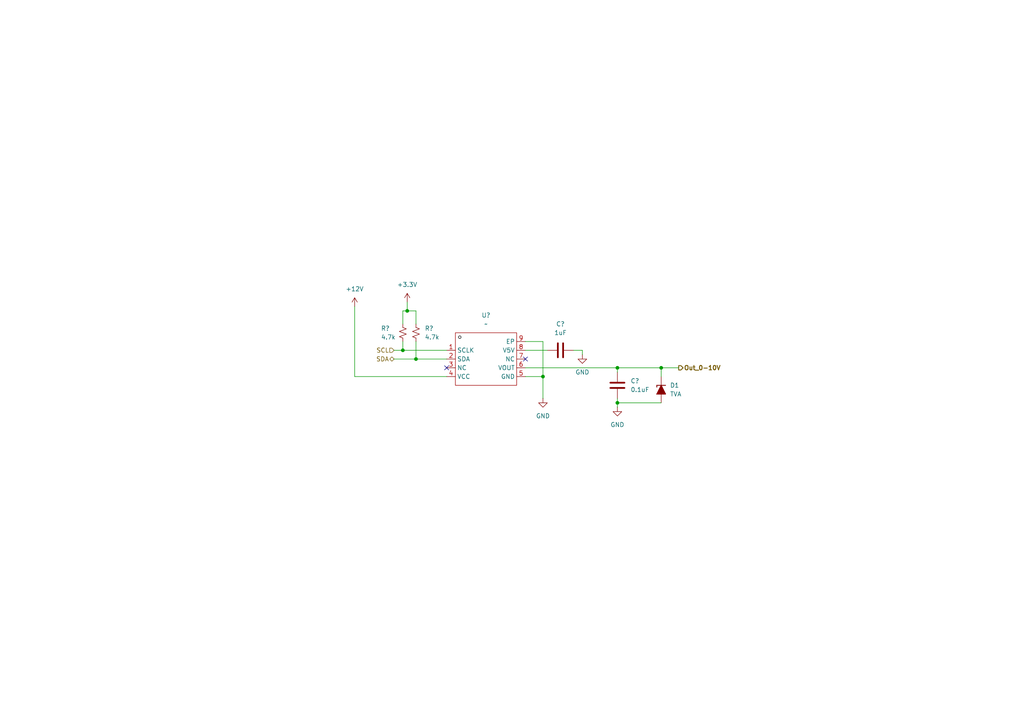
<source format=kicad_sch>
(kicad_sch (version 20250114) (generator "eeschema") (generator_version "9.0")
  (paper "A4")
  (lib_symbols
    (symbol "GP8211S-TC50-EW:root_0_GP8211S-TC50-EW_"
      (symbol "root_0_GP8211S-TC50-EW__1_0"
        (rectangle (start -8.89 7.62) (end 8.89 -7.62) (stroke (width 0) (color 160 0 0 1)))
        (circle (center -7.62 6.35) (radius 0.381) (stroke (width 0) (color 0 0 0 1)))
        (pin passive line (at -11.43 2.54 0) (length 2.54) (name "SCLK") (number "1"))
        (pin passive line (at -11.43 0 0) (length 2.54) (name "SDA") (number "2"))
        (pin passive line (at -11.43 -2.54 0) (length 2.54) (name "NC") (number "3"))
        (pin passive line (at -11.43 -5.08 0) (length 2.54) (name "VCC") (number "4"))
        (pin passive line (at 11.43 5.08 180) (length 2.54) (name "EP") (number "9"))
        (pin passive line (at 11.43 2.54 180) (length 2.54) (name "V5V") (number "8"))
        (pin passive line (at 11.43 0 180) (length 2.54) (name "NC") (number "7"))
        (pin passive line (at 11.43 -2.54 180) (length 2.54) (name "VOUT") (number "6"))
        (pin passive line (at 11.43 -5.08 180) (length 2.54) (name "GND") (number "5"))
      )
    )
    (symbol "PCM_Capacitor_US_AKL:C_0603" (pin_numbers (hide yes)) (pin_names (offset 0.254))
      (property "Reference" "C" (at 0.635 2.54 0))
      (property "Value" "C_0603" (at 0.635 -2.54 0))
      (symbol "C_0603_0_1"
        (polyline (pts (xy -2.032 0.762) (xy 2.032 0.762)) (stroke (width 0.508)))
        (polyline (pts (xy -2.032 -0.762) (xy 2.032 -0.762)) (stroke (width 0.508)))
      )
      (symbol "C_0603_0_2"
        (polyline (pts (xy -2.54 -2.54) (xy -0.381 -0.381)))
        (polyline (pts (xy -0.508 -0.508) (xy -1.651 0.635)) (stroke (width 0.508)))
        (polyline (pts (xy -0.508 -0.508) (xy 0.635 -1.651)) (stroke (width 0.508)))
        (polyline (pts (xy 0.381 0.381) (xy 2.54 2.54)))
        (polyline (pts (xy 0.508 0.508) (xy -0.635 1.651)) (stroke (width 0.508)))
        (polyline (pts (xy 0.508 0.508) (xy 1.651 -0.635)) (stroke (width 0.508)))
      )
      (symbol "C_0603_1_1"
        (pin passive line (at 0 3.81 270) (length 2.794) (name "~") (number "1"))
        (pin passive line (at 0 -3.81 90) (length 2.794) (name "~") (number "2"))
      )
      (symbol "C_0603_1_2"
        (pin passive line (at -2.54 -2.54 90) (length 0) (name "~") (number "2"))
        (pin passive line (at 2.54 2.54 270) (length 0) (name "~") (number "1"))
      )
    )
    (symbol "PCM_Diode_TVS_AKL:SMF12A" (pin_numbers (hide yes)) (pin_names (offset 1.016) (hide yes))
      (property "Reference" "D" (at 0 5.08 0))
      (property "Value" "SMF12A" (at 0 2.54 0))
      (symbol "SMF12A_0_1"
        (polyline (pts (xy -1.27 1.27) (xy -1.27 -1.27) (xy 1.27 0) (xy -1.27 1.27)) (stroke (width 0.254)) (fill (type outline)))
        (polyline (pts (xy -1.27 0) (xy 1.27 0)))
        (polyline (pts (xy 1.27 1.27) (xy 0.762 1.27)) (stroke (width 0.254)))
        (polyline (pts (xy 1.27 -1.27) (xy 1.27 1.27)) (stroke (width 0.254)))
      )
      (symbol "SMF12A_0_2"
        (polyline (pts (xy -2.54 -2.54) (xy 2.54 2.54)))
        (polyline (pts (xy -0.889 -0.889) (xy -1.778 0) (xy 0.889 0.889) (xy 0 -1.778) (xy -0.889 -0.889)) (stroke (width 0.254)) (fill (type outline)))
        (polyline (pts (xy 0 1.778) (xy -0.381 1.397)) (stroke (width 0.254)))
        (polyline (pts (xy 0 1.778) (xy 1.778 0)) (stroke (width 0.254)))
      )
      (symbol "SMF12A_1_1"
        (pin passive line (at -3.81 0 0) (length 2.54) (name "A") (number "2"))
        (pin passive line (at 3.81 0 180) (length 2.54) (name "K") (number "1"))
      )
      (symbol "SMF12A_1_2"
        (pin passive line (at -2.54 -2.54 0) (length 0) (name "A") (number "2"))
        (pin passive line (at 2.54 2.54 180) (length 0) (name "K") (number "1"))
      )
    )
    (symbol "PCM_SparkFun-Resistor:4.7k_0603" (pin_numbers (hide yes)) (pin_names (offset 0))
      (property "Reference" "R" (at 0 -2.54 0))
      (property "Value" "4.7k" (at 0 2.54 0))
      (symbol "4.7k_0603_0_1"
        (polyline (pts (xy -1.524 0) (xy -1.143 1.016) (xy -0.762 0) (xy -0.381 -1.016) (xy 0 0)))
        (polyline (pts (xy 0 0) (xy 0.381 1.016) (xy 0.762 0) (xy 1.143 -1.016) (xy 1.524 0)))
      )
      (symbol "4.7k_0603_1_1"
        (pin passive line (at -2.54 0 0) (length 1.016) (name "~") (number "1"))
        (pin passive line (at 2.54 0 180) (length 1.016) (name "~") (number "2"))
      )
    )
    (symbol "power:+12V" (power) (pin_numbers (hide yes)) (pin_names (offset 0) (hide yes))
      (property "Value" "+12V" (at 0 3.556 0))
      (symbol "+12V_0_1"
        (polyline (pts (xy -0.762 1.27) (xy 0 2.54)))
        (polyline (pts (xy 0 2.54) (xy 0.762 1.27)))
        (polyline (pts (xy 0 0) (xy 0 2.54)))
      )
      (symbol "+12V_1_1"
        (pin power_in line (at 0 0 90) (length 0) (name "~") (number "1"))
      )
    )
    (symbol "power:+3.3V" (power) (pin_numbers (hide yes)) (pin_names (offset 0) (hide yes))
      (property "Value" "+3.3V" (at 0 3.556 0))
      (symbol "+3.3V_0_1"
        (polyline (pts (xy -0.762 1.27) (xy 0 2.54)))
        (polyline (pts (xy 0 2.54) (xy 0.762 1.27)))
        (polyline (pts (xy 0 0) (xy 0 2.54)))
      )
      (symbol "+3.3V_1_1"
        (pin power_in line (at 0 0 90) (length 0) (name "~") (number "1"))
      )
    )
    (symbol "power:GND" (power) (pin_numbers (hide yes)) (pin_names (offset 0) (hide yes))
      (property "Value" "GND" (at 0 -3.81 0))
      (symbol "GND_0_1"
        (polyline (pts (xy 0 0) (xy 0 -1.27) (xy 1.27 -1.27) (xy 0 -2.54) (xy -1.27 -1.27) (xy 0 -1.27)))
      )
      (symbol "GND_1_1"
        (pin power_in line (at 0 0 270) (length 0) (name "~") (number "1"))
      )
    )
  )
  (junction (at 116.84 101.6))
  (junction (at 157.48 109.22))
  (junction (at 118.11 90.17))
  (junction (at 120.65 104.14))
  (junction (at 191.77 106.68))
  (junction (at 179.07 116.84))
  (junction (at 179.07 106.68))
  (no_connect (at 152.4 104.14))
  (no_connect (at 129.54 106.68))
  (wire (pts (xy 152.4 99.06) (xy 157.48 99.06)))
  (wire (pts (xy 191.77 106.68) (xy 191.77 109.22)))
  (wire (pts (xy 118.11 87.63) (xy 118.11 90.17)))
  (wire (pts (xy 179.07 116.84) (xy 179.07 118.11)))
  (wire (pts (xy 157.48 109.22) (xy 152.4 109.22)))
  (wire (pts (xy 120.65 90.17) (xy 120.65 93.98)))
  (wire (pts (xy 179.07 115.57) (xy 179.07 116.84)))
  (wire (pts (xy 116.84 99.06) (xy 116.84 101.6)))
  (wire (pts (xy 157.48 99.06) (xy 157.48 109.22)))
  (wire (pts (xy 114.3 104.14) (xy 120.65 104.14)))
  (wire (pts (xy 118.11 90.17) (xy 120.65 90.17)))
  (wire (pts (xy 179.07 106.68) (xy 179.07 107.95)))
  (wire (pts (xy 168.91 102.87) (xy 168.91 101.6)))
  (wire (pts (xy 102.87 88.9) (xy 102.87 109.22)))
  (wire (pts (xy 191.77 106.68) (xy 196.85 106.68)))
  (wire (pts (xy 152.4 101.6) (xy 158.75 101.6)))
  (wire (pts (xy 120.65 104.14) (xy 129.54 104.14)))
  (wire (pts (xy 116.84 101.6) (xy 129.54 101.6)))
  (wire (pts (xy 157.48 115.57) (xy 157.48 109.22)))
  (wire (pts (xy 114.3 101.6) (xy 116.84 101.6)))
  (wire (pts (xy 168.91 101.6) (xy 166.37 101.6)))
  (wire (pts (xy 179.07 106.68) (xy 191.77 106.68)))
  (wire (pts (xy 152.4 106.68) (xy 179.07 106.68)))
  (wire (pts (xy 116.84 90.17) (xy 118.11 90.17)))
  (wire (pts (xy 102.87 109.22) (xy 129.54 109.22)))
  (wire (pts (xy 120.65 99.06) (xy 120.65 104.14)))
  (wire (pts (xy 179.07 116.84) (xy 191.77 116.84)))
  (wire (pts (xy 116.84 93.98) (xy 116.84 90.17)))
  (hierarchical_label "Out_0-10V" (shape output) (at 196.85 106.68 0) (effects (font (thickness 0.254) (bold yes))))
  (hierarchical_label "SDA" (shape bidirectional) (at 114.3 104.14 180))
  (hierarchical_label "SCL" (shape input) (at 114.3 101.6 180))
  (symbol (lib_id "power:+12V") (at 102.87 88.9 0) (unit 1)
    (property "Reference" "#PWR04" (effects (hide yes)))
    (property "Value" "+12V" (at 102.87 83.82 0))
    (property "Description" "Power symbol creates a global label with name \"+12V\"" (effects (hide yes)))
  )
  (symbol (lib_id "power:+3.3V") (at 118.11 87.63 0) (unit 1)
    (property "Reference" "#PWR05" (effects (hide yes)))
    (property "Value" "+3.3V" (at 118.11 82.55 0))
    (property "Description" "Power symbol creates a global label with name \"+3.3V\"" (effects (hide yes)))
  )
  (symbol (lib_id "PCM_Capacitor_US_AKL:C_0603") (at 179.07 111.76 180) (unit 1)
    (property "Reference" "C?" (at 182.88 110.4899 0) (effects (justify right)))
    (property "Value" "0.1uF" (at 182.88 113.0299 0) (effects (justify right)))
    (property "Footprint" "PCM_Capacitor_SMD_AKL:C_0603_1608Metric" (effects (hide yes)))
    (property "Description" "SMD 0603 MLCC capacitor, Alternate KiCad Library" (effects (hide yes)))
    (property "LCSC" "C66501" (effects (hide yes)))
  )
  (symbol (lib_id "power:GND") (at 179.07 118.11 0) (unit 1)
    (property "Reference" "#PWR08" (effects (hide yes)))
    (property "Value" "GND" (at 179.07 123.19 0))
    (property "Description" "Power symbol creates a global label with name \"GND\" , ground" (effects (hide yes)))
  )
  (symbol (lib_id "power:GND") (at 168.91 102.87 0) (unit 1)
    (property "Reference" "#PWR07" (effects (hide yes)))
    (property "Value" "GND" (at 168.91 107.95 0))
    (property "Description" "Power symbol creates a global label with name \"GND\" , ground" (effects (hide yes)))
  )
  (symbol (lib_id "PCM_Diode_TVS_AKL:SMF12A") (at 191.77 113.03 90) (unit 1)
    (property "Reference" "D1" (at 194.31 111.7599 90) (effects (justify right)))
    (property "Value" "TVA" (at 194.31 114.2999 90) (effects (justify right)))
    (property "Footprint" "PCM_Diode_SMD_AKL:D_SOD-123F" (effects (hide yes)))
    (property "Datasheet" "https://www.tme.eu/Document/95faf1e5e821ed1b438500c66c7b0bd9/smf50a.pdf" (effects (hide yes)))
    (property "Description" "SOD-123F Unidirectional TVS diode, 12V, 200W, Alternate KiCAD Library" (effects (hide yes)))
    (property "LCSC" "C18199535" (effects (hide yes)))
  )
  (symbol (lib_id "PCM_SparkFun-Resistor:4.7k_0603") (at 120.65 96.52 270) (unit 1)
    (property "Reference" "R?" (at 123.19 95.2499 90) (effects (justify left)))
    (property "Value" "4.7k" (at 123.19 97.7899 90) (effects (justify left)))
    (property "Footprint" "PCM_SparkFun-Resistor:R_0603_1608Metric" (effects (hide yes)))
    (property "Datasheet" "https://www.vishay.com/docs/20035/dcrcwe3.pdf" (effects (hide yes)))
    (property "Description" "Resistor" (effects (hide yes)))
    (property "PROD_ID" "RES-07857" (effects (hide yes)))
    (property "LCSC" "C99782" (effects (hide yes)))
  )
  (symbol (lib_id "PCM_SparkFun-Resistor:4.7k_0603") (at 116.84 96.52 90) (unit 1)
    (property "Reference" "R?" (at 110.49 95.25 90) (effects (justify right)))
    (property "Value" "4.7k" (at 110.49 97.79 90) (effects (justify right)))
    (property "Footprint" "PCM_SparkFun-Resistor:R_0603_1608Metric" (effects (hide yes)))
    (property "Datasheet" "https://www.vishay.com/docs/20035/dcrcwe3.pdf" (effects (hide yes)))
    (property "Description" "Resistor" (effects (hide yes)))
    (property "PROD_ID" "RES-07857" (effects (hide yes)))
    (property "LCSC" "C99782" (effects (hide yes)))
  )
  (symbol (lib_id "GP8211S-TC50-EW:root_0_GP8211S-TC50-EW_") (at 140.97 104.14 0) (unit 1)
    (property "Reference" "U?" (at 140.97 91.44 0))
    (property "Value" "~" (at 140.97 93.98 0))
    (property "Footprint" "Lib_GP8211S-TC50-EW:ESOP-8_L4.9-W3.9-P1.27-LS6.0-BL-EP" (effects (hide yes)))
    (property "LCSC" "C3152008" (effects (hide yes)))
  )
  (symbol (lib_id "PCM_Capacitor_US_AKL:C_0603") (at 162.56 101.6 90) (unit 1)
    (property "Reference" "C?" (at 162.56 93.98 90))
    (property "Value" "1uF" (at 162.56 96.52 90))
    (property "Footprint" "PCM_Capacitor_SMD_AKL:C_0603_1608Metric" (effects (hide yes)))
    (property "Description" "SMD 0603 MLCC capacitor, Alternate KiCad Library" (effects (hide yes)))
    (property "LCSC" "C1592" (effects (hide yes)))
  )
  (symbol (lib_id "power:GND") (at 157.48 115.57 0) (unit 1)
    (property "Reference" "#PWR06" (effects (hide yes)))
    (property "Value" "GND" (at 157.48 120.65 0))
    (property "Description" "Power symbol creates a global label with name \"GND\" , ground" (effects (hide yes)))
  )
)
</source>
